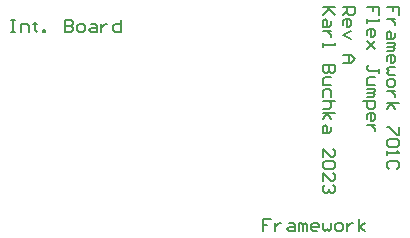
<source format=gto>
G04*
G04 #@! TF.GenerationSoftware,Altium Limited,Altium Designer,18.0.12 (696)*
G04*
G04 Layer_Color=65535*
%FSLAX25Y25*%
%MOIN*%
G70*
G01*
G75*
%ADD10C,0.00800*%
D10*
X292532Y281570D02*
X293865D01*
X293199D01*
Y277572D01*
X292532D01*
X293865D01*
X295865D02*
Y280237D01*
X297864D01*
X298530Y279571D01*
Y277572D01*
X300530Y280904D02*
Y280237D01*
X299863D01*
X301196D01*
X300530D01*
Y278238D01*
X301196Y277572D01*
X303196D02*
Y278238D01*
X303862D01*
Y277572D01*
X303196D01*
X310526Y281570D02*
Y277572D01*
X312526D01*
X313192Y278238D01*
Y278905D01*
X312526Y279571D01*
X310526D01*
X312526D01*
X313192Y280237D01*
Y280904D01*
X312526Y281570D01*
X310526D01*
X315192Y277572D02*
X316525D01*
X317191Y278238D01*
Y279571D01*
X316525Y280237D01*
X315192D01*
X314525Y279571D01*
Y278238D01*
X315192Y277572D01*
X319190Y280237D02*
X320523D01*
X321190Y279571D01*
Y277572D01*
X319190D01*
X318524Y278238D01*
X319190Y278905D01*
X321190D01*
X322523Y280237D02*
Y277572D01*
Y278905D01*
X323189Y279571D01*
X323855Y280237D01*
X324522D01*
X329187Y281570D02*
Y277572D01*
X327188D01*
X326521Y278238D01*
Y279571D01*
X327188Y280237D01*
X329187D01*
X421956Y283148D02*
Y285814D01*
X419957D01*
Y284481D01*
Y285814D01*
X417957D01*
X420623Y281816D02*
X417957D01*
X419290D01*
X419957Y281149D01*
X420623Y280483D01*
Y279816D01*
Y277150D02*
Y275817D01*
X419957Y275151D01*
X417957D01*
Y277150D01*
X418624Y277817D01*
X419290Y277150D01*
Y275151D01*
X417957Y273818D02*
X420623D01*
Y273152D01*
X419957Y272485D01*
X417957D01*
X419957D01*
X420623Y271819D01*
X419957Y271152D01*
X417957D01*
Y267820D02*
Y269153D01*
X418624Y269819D01*
X419957D01*
X420623Y269153D01*
Y267820D01*
X419957Y267154D01*
X419290D01*
Y269819D01*
X420623Y265821D02*
X418624D01*
X417957Y265154D01*
X418624Y264488D01*
X417957Y263821D01*
X418624Y263155D01*
X420623D01*
X417957Y261156D02*
Y259823D01*
X418624Y259156D01*
X419957D01*
X420623Y259823D01*
Y261156D01*
X419957Y261822D01*
X418624D01*
X417957Y261156D01*
X420623Y257823D02*
X417957D01*
X419290D01*
X419957Y257157D01*
X420623Y256490D01*
Y255824D01*
X417957Y253824D02*
X421956D01*
X419290D02*
X420623Y251825D01*
X419290Y253824D02*
X417957Y251825D01*
X421956Y245827D02*
Y243161D01*
X421290D01*
X418624Y245827D01*
X417957D01*
X421290Y241828D02*
X421956Y241162D01*
Y239829D01*
X421290Y239163D01*
X418624D01*
X417957Y239829D01*
Y241162D01*
X418624Y241828D01*
X421290D01*
X417957Y237830D02*
Y236497D01*
Y237163D01*
X421956D01*
X421290Y237830D01*
Y231832D02*
X421956Y232498D01*
Y233831D01*
X421290Y234497D01*
X418624D01*
X417957Y233831D01*
Y232498D01*
X418624Y231832D01*
X415238Y283148D02*
Y285814D01*
X413238D01*
Y284481D01*
Y285814D01*
X411239D01*
Y281816D02*
Y280483D01*
Y281149D01*
X415238D01*
Y281816D01*
X411239Y276484D02*
Y277817D01*
X411905Y278483D01*
X413238D01*
X413905Y277817D01*
Y276484D01*
X413238Y275817D01*
X412572D01*
Y278483D01*
X413905Y274484D02*
X411239Y271819D01*
X412572Y273152D01*
X413905Y271819D01*
X411239Y274484D01*
X415238Y263821D02*
Y265154D01*
Y264488D01*
X411905D01*
X411239Y265154D01*
Y265821D01*
X411905Y266487D01*
X413905Y262488D02*
X411905D01*
X411239Y261822D01*
Y259823D01*
X413905D01*
X411239Y258490D02*
X413905D01*
Y257823D01*
X413238Y257157D01*
X411239D01*
X413238D01*
X413905Y256490D01*
X413238Y255824D01*
X411239D01*
X409906Y254491D02*
X413905D01*
Y252492D01*
X413238Y251825D01*
X411905D01*
X411239Y252492D01*
Y254491D01*
Y248493D02*
Y249826D01*
X411905Y250492D01*
X413238D01*
X413905Y249826D01*
Y248493D01*
X413238Y247826D01*
X412572D01*
Y250492D01*
X413905Y246494D02*
X411239D01*
X412572D01*
X413238Y245827D01*
X413905Y245161D01*
Y244494D01*
X403188Y285814D02*
X407187D01*
Y283815D01*
X406520Y283148D01*
X405187D01*
X404521Y283815D01*
Y285814D01*
Y284481D02*
X403188Y283148D01*
Y279816D02*
Y281149D01*
X403854Y281816D01*
X405187D01*
X405854Y281149D01*
Y279816D01*
X405187Y279150D01*
X404521D01*
Y281816D01*
X405854Y277817D02*
X403188Y276484D01*
X405854Y275151D01*
X403188Y269819D02*
X405854D01*
X407187Y268486D01*
X405854Y267154D01*
X403188D01*
X405187D01*
Y269819D01*
X400468Y285814D02*
X396469D01*
X397802D01*
X400468Y283148D01*
X398469Y285148D01*
X396469Y283148D01*
X399135Y281149D02*
Y279816D01*
X398469Y279150D01*
X396469D01*
Y281149D01*
X397136Y281816D01*
X397802Y281149D01*
Y279150D01*
X399135Y277817D02*
X396469D01*
X397802D01*
X398469Y277150D01*
X399135Y276484D01*
Y275817D01*
X396469Y273818D02*
Y272485D01*
Y273152D01*
X400468D01*
Y273818D01*
Y266487D02*
X396469D01*
Y264488D01*
X397136Y263821D01*
X397802D01*
X398469Y264488D01*
Y266487D01*
Y264488D01*
X399135Y263821D01*
X399801D01*
X400468Y264488D01*
Y266487D01*
X399135Y262488D02*
X397136D01*
X396469Y261822D01*
Y259823D01*
X399135D01*
Y255824D02*
Y257823D01*
X398469Y258490D01*
X397136D01*
X396469Y257823D01*
Y255824D01*
X400468Y254491D02*
X396469D01*
X398469D01*
X399135Y253824D01*
Y252492D01*
X398469Y251825D01*
X396469D01*
Y250492D02*
X400468D01*
X397802D02*
X399135Y248493D01*
X397802Y250492D02*
X396469Y248493D01*
X399135Y245827D02*
Y244494D01*
X398469Y243828D01*
X396469D01*
Y245827D01*
X397136Y246494D01*
X397802Y245827D01*
Y243828D01*
X396469Y235830D02*
Y238496D01*
X399135Y235830D01*
X399801D01*
X400468Y236497D01*
Y237830D01*
X399801Y238496D01*
Y234497D02*
X400468Y233831D01*
Y232498D01*
X399801Y231832D01*
X397136D01*
X396469Y232498D01*
Y233831D01*
X397136Y234497D01*
X399801D01*
X396469Y227833D02*
Y230499D01*
X399135Y227833D01*
X399801D01*
X400468Y228499D01*
Y229832D01*
X399801Y230499D01*
Y226500D02*
X400468Y225834D01*
Y224501D01*
X399801Y223834D01*
X399135D01*
X398469Y224501D01*
Y225167D01*
Y224501D01*
X397802Y223834D01*
X397136D01*
X396469Y224501D01*
Y225834D01*
X397136Y226500D01*
X379056Y215035D02*
X376391D01*
Y213036D01*
X377724D01*
X376391D01*
Y211036D01*
X380389Y213702D02*
Y211036D01*
Y212369D01*
X381056Y213036D01*
X381722Y213702D01*
X382389D01*
X385054D02*
X386387D01*
X387054Y213036D01*
Y211036D01*
X385054D01*
X384388Y211703D01*
X385054Y212369D01*
X387054D01*
X388387Y211036D02*
Y213702D01*
X389053D01*
X389720Y213036D01*
Y211036D01*
Y213036D01*
X390386Y213702D01*
X391053Y213036D01*
Y211036D01*
X394385D02*
X393052D01*
X392385Y211703D01*
Y213036D01*
X393052Y213702D01*
X394385D01*
X395051Y213036D01*
Y212369D01*
X392385D01*
X396384Y213702D02*
Y211703D01*
X397051Y211036D01*
X397717Y211703D01*
X398383Y211036D01*
X399050Y211703D01*
Y213702D01*
X401049Y211036D02*
X402382D01*
X403049Y211703D01*
Y213036D01*
X402382Y213702D01*
X401049D01*
X400383Y213036D01*
Y211703D01*
X401049Y211036D01*
X404382Y213702D02*
Y211036D01*
Y212369D01*
X405048Y213036D01*
X405714Y213702D01*
X406381D01*
X408380Y211036D02*
Y215035D01*
Y212369D02*
X410380Y213702D01*
X408380Y212369D02*
X410380Y211036D01*
M02*

</source>
